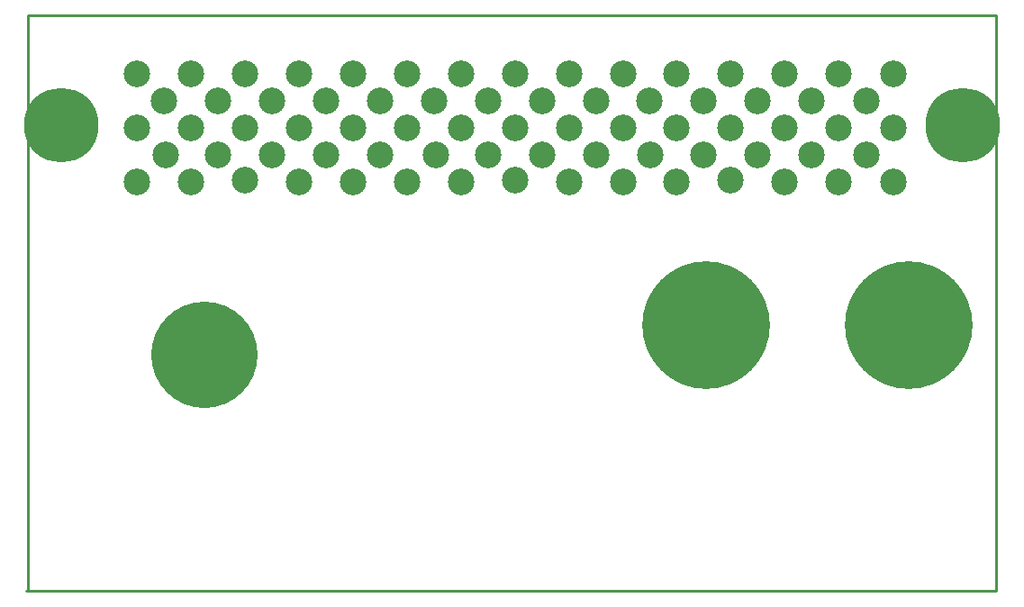
<source format=gtl>
%FSLAX42Y42*%
%MOMM*%
G71*
G01*
G75*
G04 Layer_Physical_Order=1*
%ADD10C,12.00*%
%ADD11C,10.00*%
%ADD12C,0.25*%
%ADD13C,2.50*%
%ADD14C,7.00*%
D10*
X13348Y6020D02*
D03*
X11443D02*
D03*
D11*
X6731Y5740D02*
D03*
D12*
X5067Y8928D02*
X14173D01*
Y3518D02*
Y8928D01*
X5055Y3518D02*
X14173D01*
X5055D02*
X5067Y3531D01*
Y8928D01*
D13*
X13208Y7366D02*
D03*
X12954Y7620D02*
D03*
X13208Y7874D02*
D03*
X12954Y8128D02*
D03*
X13208Y8382D02*
D03*
X12687Y7366D02*
D03*
X12179D02*
D03*
X11671Y7379D02*
D03*
X11163Y7366D02*
D03*
X12433Y7620D02*
D03*
X11925D02*
D03*
X11417D02*
D03*
X10922D02*
D03*
X12687Y7874D02*
D03*
X12179D02*
D03*
X11671D02*
D03*
X11163D02*
D03*
X12433Y8128D02*
D03*
X11925D02*
D03*
X11417D02*
D03*
X10909D02*
D03*
X12687Y8382D02*
D03*
X12179D02*
D03*
X11671D02*
D03*
X11163D02*
D03*
X8382Y7620D02*
D03*
Y8128D02*
D03*
X10668Y7366D02*
D03*
X10160D02*
D03*
X9652Y7379D02*
D03*
X9144Y7366D02*
D03*
X8636D02*
D03*
X10414Y7620D02*
D03*
X9906D02*
D03*
X9398D02*
D03*
X8903D02*
D03*
X10668Y7874D02*
D03*
X10160D02*
D03*
X9652D02*
D03*
X9144D02*
D03*
X8636D02*
D03*
X10414Y8128D02*
D03*
X9906D02*
D03*
X9398D02*
D03*
X8890D02*
D03*
X10668Y8382D02*
D03*
X10160D02*
D03*
X9652D02*
D03*
X9144D02*
D03*
X8636D02*
D03*
X8128Y7366D02*
D03*
X7620D02*
D03*
X7112Y7379D02*
D03*
X6604Y7366D02*
D03*
X6096D02*
D03*
X7874Y7620D02*
D03*
X7366D02*
D03*
X6858D02*
D03*
X6363D02*
D03*
X8128Y7874D02*
D03*
X7620D02*
D03*
X7112D02*
D03*
X6604D02*
D03*
X6096D02*
D03*
X7874Y8128D02*
D03*
X7366D02*
D03*
X6858D02*
D03*
X6350D02*
D03*
X8128Y8382D02*
D03*
X7620D02*
D03*
X7112D02*
D03*
X6604D02*
D03*
X6096D02*
D03*
D14*
X13856Y7899D02*
D03*
X5385Y7899D02*
D03*
M02*

</source>
